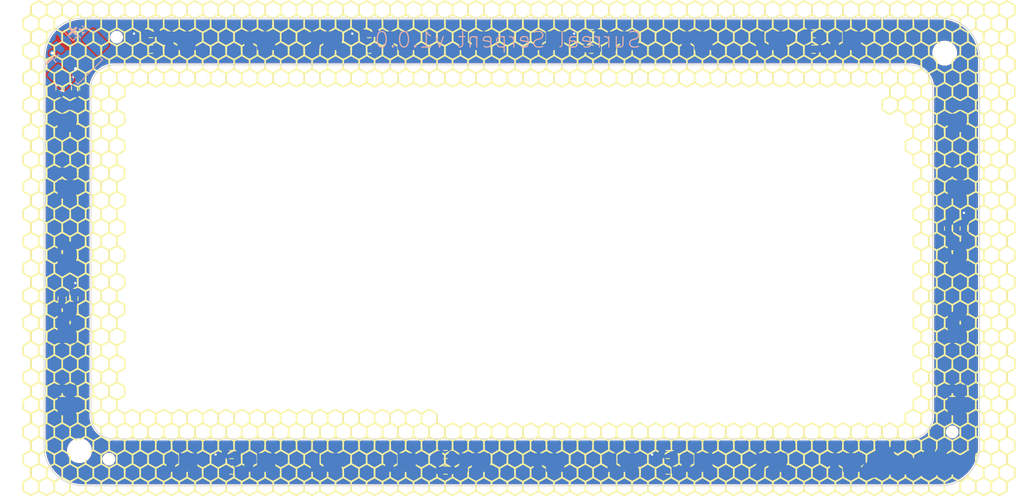
<source format=kicad_pcb>
(kicad_pcb (version 20210824) (generator pcbnew)
  (layers (0 "F.Cu" signal) (31 "B.Cu" signal) (34 "B.Paste" user) (35 "F.Paste" user) (36 "B.SilkS" user "B.Silkscreen") (37 "F.SilkS" user "F.Silkscreen") (38 "B.Mask" user) (39 "F.Mask" user) (44 "Edge.Cuts" user))
  (net 0 "")
  (net 1 "Net-(J1-Pad1)")
  (net 2 "GND")
  (net 3 "Net-(D4-Pad2)")
  (net 4 "Net-(D7-Pad2)")
  (net 5 "Net-(D10-Pad2)")
  (net 6 "Net-(D13-Pad2)")
  (net 7 "Net-(D16-Pad2)")
  (net 8 "Net-(D19-Pad2)")
  (net 9 "Net-(D22-Pad2)")
  (net 10 "Net-(D25-Pad2)")
  (net 11 "Net-(D28-Pad2)")
  (net 12 "Net-(D1-Pad1)")
  (net 13 "Net-(D1-Pad2)")
  (net 14 "Net-(D2-Pad1)")
  (net 15 "Net-(D4-Pad1)")
  (net 16 "Net-(D5-Pad1)")
  (net 17 "Net-(D7-Pad1)")
  (net 18 "Net-(D8-Pad1)")
  (net 19 "Net-(D10-Pad1)")
  (net 20 "Net-(D11-Pad1)")
  (net 21 "Net-(D13-Pad1)")
  (net 22 "Net-(D14-Pad1)")
  (net 23 "Net-(D16-Pad1)")
  (net 24 "Net-(D17-Pad1)")
  (net 25 "Net-(D19-Pad1)")
  (net 26 "Net-(D20-Pad1)")
  (net 27 "Net-(D22-Pad1)")
  (net 28 "Net-(D23-Pad1)")
  (net 29 "Net-(D25-Pad1)")
  (net 30 "Net-(D26-Pad1)")
  (net 31 "Net-(D28-Pad1)")
  (net 32 "Net-(D29-Pad1)")
  (footprint "surreal-serpent:C210316" (layer "F.Cu") (at 155.235355 98 180)
    (fp_text reference "D5" hide)
    (fp_text value "HL-AM-2835H421W-S1-08-HR3")
  )
  (footprint "surreal-serpent:C210316" (layer "F.Cu") (at 193.235355 152 180)
    (fp_text reference "D17" hide)
    (fp_text value "HL-AM-2835H421W-S1-08-HR3")
  )
  (footprint "Resistor_SMD:R_0603_1608Metric" (layer "F.Cu") (at 180 153)
    (fp_text reference "R11" hide)
    (fp_text value "130")
  )
  (footprint "Resistor_SMD:R_0603_1608Metric" (layer "F.Cu") (at 216.035355 122 -90)
    (fp_text reference "R9" hide)
    (fp_text value "130")
  )
  (footprint "surreal-serpent:C210316" (layer "F.Cu") (at 136.235355 98 180)
    (fp_text reference "D3" hide)
    (fp_text value "HL-AM-2835H421W-S1-08-HR3")
  )
  (footprint "Resistor_SMD:R_0603_1608Metric" (layer "F.Cu") (at 103.812768 131 -90)
    (fp_text reference "R18" hide)
    (fp_text value "130")
  )
  (footprint "surreal-serpent:C210316" (layer "F.Cu") (at 155.235355 152 180)
    (fp_text reference "D19" hide)
    (fp_text value "HL-AM-2835H421W-S1-08-HR3")
  )
  (footprint "Resistor_SMD:R_0603_1608Metric" (layer "F.Cu") (at 141.710355 97)
    (fp_text reference "R4" hide)
    (fp_text value "130")
  )
  (footprint "surreal-serpent:JLCSMT_tooling_hole" (layer "F.Cu") (at 108.31 151.59)
    (fp_text reference "REF**" hide)
    (fp_text value "JLCSMT_tooling_hole")
  )
  (footprint "surreal-serpent:C210316" (layer "F.Cu") (at 193.235355 98 180)
    (fp_text reference "D9" hide)
    (fp_text value "HL-AM-2835H421W-S1-08-HR3")
  )
  (footprint "surreal-serpent:C210316" (layer "F.Cu") (at 127.735355 98 180)
    (fp_text reference "D2" hide)
    (fp_text value "HL-AM-2835H421W-S1-08-HR3")
  )
  (footprint "Resistor_SMD:R_0603_1608Metric" (layer "F.Cu") (at 102.035355 104 -90)
    (fp_text reference "R19" hide)
    (fp_text value "130")
  )
  (footprint "surreal-serpent:C210316" (layer "F.Cu") (at 217.035355 116.2 90)
    (fp_text reference "D12" hide)
    (fp_text value "HL-AM-2835H421W-S1-08-HR3")
  )
  (footprint "surreal-serpent:C210316" (layer "F.Cu") (at 127.735355 152 180)
    (fp_text reference "D22" hide)
    (fp_text value "HL-AM-2835H421W-S1-08-HR3")
  )
  (footprint "surreal-serpent:C210316" (layer "F.Cu") (at 164.735355 152 180)
    (fp_text reference "D20" hide)
    (fp_text value "HL-AM-2835H421W-S1-08-HR3")
  )
  (footprint "surreal-serpent:C210316" (layer "F.Cu") (at 117.735355 152 180)
    (fp_text reference "D27" hide)
    (fp_text value "HL-AM-2835H421W-S1-08-HR3")
  )
  (footprint "surreal-serpent:JLCSMT_tooling_hole" (layer "F.Cu") (at 109.3 97.45)
    (fp_text reference "REF**" hide)
    (fp_text value "JLCSMT_tooling_hole")
  )
  (footprint "Resistor_SMD:R_0603_1608Metric" (layer "F.Cu") (at 151.5 151)
    (fp_text reference "R13" hide)
    (fp_text value "130")
  )
  (footprint "surreal-serpent:C210316" (layer "F.Cu") (at 217.035355 144 90)
    (fp_text reference "D15" hide)
    (fp_text value "HL-AM-2835H421W-S1-08-HR3")
  )
  (footprint "surreal-serpent:C210316" (layer "F.Cu") (at 103.035355 144 90)
    (fp_text reference "D26" hide)
    (fp_text value "HL-AM-2835H421W-S1-08-HR3")
  )
  (footprint "Resistor_SMD:R_0603_1608Metric" (layer "F.Cu") (at 113.710355 99)
    (fp_text reference "R1" hide)
    (fp_text value "130")
  )
  (footprint "Resistor_SMD:R_0603_1608Metric" (layer "F.Cu") (at 151.5 153)
    (fp_text reference "R14" hide)
    (fp_text value "130")
  )
  (footprint "surreal-serpent:C210316" (layer "F.Cu") (at 117.535355 98 180)
    (fp_text reference "D1" hide)
    (fp_text value "HL-AM-2835H421W-S1-08-HR3")
  )
  (footprint "surreal-serpent:C210316" (layer "F.Cu") (at 145.735355 98 180)
    (fp_text reference "D4" hide)
    (fp_text value "HL-AM-2835H421W-S1-08-HR3")
  )
  (footprint "surreal-serpent:C210316" (layer "F.Cu") (at 103.035355 125.7 90)
    (fp_text reference "D30" hide)
    (fp_text value "HL-AM-2835H421W-S1-08-HR3")
  )
  (footprint "surreal-serpent:C210316" (layer "F.Cu") (at 174.235355 98 180)
    (fp_text reference "D7" hide)
    (fp_text value "HL-AM-2835H421W-S1-08-HR3")
  )
  (footprint "surreal-serpent:C210316" (layer "F.Cu") (at 103.035355 107.7 90)
    (fp_text reference "D28" hide)
    (fp_text value "HL-AM-2835H421W-S1-08-HR3")
  )
  (footprint "Resistor_SMD:R_0603_1608Metric" (layer "F.Cu") (at 102.312768 131 -90)
    (fp_text reference "R17" hide)
    (fp_text value "130")
  )
  (footprint "surreal-serpent:C210316" (layer "F.Cu") (at 183.735355 152 180)
    (fp_text reference "D16" hide)
    (fp_text value "HL-AM-2835H421W-S1-08-HR3")
  )
  (footprint "surreal-serpent:JLCSMT_tooling_hole" (layer "F.Cu") (at 216.5 148.1)
    (fp_text reference "REF**" hide)
    (fp_text value "JLCSMT_tooling_hole")
  )
  (footprint "surreal-serpent:C210316" (layer "F.Cu") (at 202.735355 98 180)
    (fp_text reference "D10" hide)
    (fp_text value "HL-AM-2835H421W-S1-08-HR3")
  )
  (footprint "surreal-serpent:C210316" (layer "F.Cu") (at 217.035355 125.7 90)
    (fp_text reference "D13" hide)
    (fp_text value "HL-AM-2835H421W-S1-08-HR3")
  )
  (footprint "surreal-serpent:C210316" (layer "F.Cu") (at 174.235355 152 180)
    (fp_text reference "D21" hide)
    (fp_text value "HL-AM-2835H421W-S1-08-HR3")
  )
  (footprint "Resistor_SMD:R_0603_1608Metric" (layer "F.Cu") (at 180 151)
    (fp_text reference "R12" hide)
    (fp_text value "130")
  )
  (footprint "Resistor_SMD:R_0603_1608Metric" (layer "F.Cu") (at 198.710355 99)
    (fp_text reference "R7" hide)
    (fp_text value "130")
  )
  (footprint "Resistor_SMD:R_0603_1608Metric" (layer "F.Cu") (at 104.035355 104 -90)
    (fp_text reference "R20" hide)
    (fp_text value "130")
  )
  (footprint "surreal-serpent:C210316" (layer "F.Cu") (at 217.035355 107.7 90)
    (fp_text reference "D11" hide)
    (fp_text value "HL-AM-2835H421W-S1-08-HR3")
  )
  (footprint "surreal-serpent:my name 3mm height" (layer "F.Cu") (at 211.9 152.1)
    (fp_text reference "G***" hide)
    (fp_text value "LOGO" hide)
  )
  (footprint "Resistor_SMD:R_0603_1608Metric" (layer "F.Cu") (at 141.710355 99)
    (fp_text reference "R3" hide)
    (fp_text value "130")
  )
  (footprint "MountingHole:MountingHole_2.7mm_M2.5" (layer "F.Cu") (at 215.535355 99.5)
    (fp_text reference "REF**" hide)
    (fp_text value "MountingHole_2.7mm_M2.5")
  )
  (footprint "surreal-serpent:C210316" (layer "F.Cu") (at 217.035355 134.7 90)
    (fp_text reference "D14" hide)
    (fp_text value "HL-AM-2835H421W-S1-08-HR3")
  )
  (footprint "Resistor_SMD:R_0603_1608Metric" (layer "F.Cu") (at 124.035355 153)
    (fp_text reference "R16" hide)
    (fp_text value "130")
  )
  (footprint "surreal-serpent:C210316" (layer "F.Cu") (at 183.735355 98 180)
    (fp_text reference "D8" hide)
    (fp_text value "HL-AM-2835H421W-S1-08-HR3")
  )
  (footprint "surreal-serpent:C210316" (layer "F.Cu") (at 103.035355 134.7 90)
    (fp_text reference "D25" hide)
    (fp_text value "HL-AM-2835H421W-S1-08-HR3")
  )
  (footprint "surreal-serpent:C210316" (layer "F.Cu") (at 136.235355 152 180)
    (fp_text reference "D23" hide)
    (fp_text value "HL-AM-2835H421W-S1-08-HR3")
  )
  (footprint "surreal-serpent:C210316" (layer "F.Cu") (at 145.735355 152 180)
    (fp_text reference "D24" hide)
    (fp_text value "HL-AM-2835H421W-S1-08-HR3")
  )
  (footprint "MountingHole:MountingHole_2.7mm_M2.5" (layer "F.Cu") (at 104.535355 150.5)
    (fp_text reference "REF**" hide)
    (fp_text value "MountingHole_2.7mm_M2.5")
  )
  (footprint "surreal-serpent:C210316" (layer "F.Cu") (at 202.735355 152 180)
    (fp_text reference "D18" hide)
    (fp_text value "HL-AM-2835H421W-S1-08-HR3")
  )
  (footprint "Resistor_SMD:R_0603_1608Metric" (layer "F.Cu") (at 218.035355 122 -90)
    (fp_text reference "R10" hide)
    (fp_text value "130")
  )
  (footprint "Resistor_SMD:R_0603_1608Metric" (layer "F.Cu") (at 124.035355 151)
    (fp_text reference "R15" hide)
    (fp_text value "130")
  )
  (footprint "surreal-serpent:hex soldermask name cutout" (layer "F.Cu") (at 160.9 124.5)
    (fp_text reference "G***" hide)
    (fp_text value "LOGO" hide)
  )
  (footprint "Resistor_SMD:R_0603_1608Metric" (layer "F.Cu") (at 113.710355 97)
    (fp_text reference "R2" hide)
    (fp_text value "130")
  )
  (footprint "Resistor_SMD:R_0603_1608Metric" (layer "F.Cu") (at 170.210355 99)
    (fp_text reference "R5" hide)
    (fp_text value "130")
  )
  (footprint "Resistor_SMD:R_0603_1608Metric" (layer "F.Cu") (at 198.710355 97)
    (fp_text reference "R8" hide)
    (fp_text value "130")
  )
  (footprint "surreal-serpent:C210316" (layer "F.Cu") (at 103.035355 116.2 90)
    (fp_text reference "D29" hide)
    (fp_text value "HL-AM-2835H421W-S1-08-HR3")
  )
  (footprint "Resistor_SMD:R_0603_1608Metric" (layer "F.Cu") (at 170.210355 97)
    (fp_text reference "R6" hide)
    (fp_text value "130")
  )
  (footprint "surreal-serpent:C210316" (layer "F.Cu") (at 164.735355 98 180)
    (fp_text reference "D6" hide)
    (fp_text value "HL-AM-2835H421W-S1-08-HR3")
  )
  (footprint "Connector_Molex:Molex_PicoBlade_53261-0271_1x02-1MP_P1.25mm_Horizontal" (layer "B.Cu") (at 104 100 -135)
    (fp_text reference "J1")
    (fp_text value "Conn_01x02_Male")
  )
  (gr_line (start 211 149) (end 109 149) (layer "Edge.Cuts") (width 0.1))
  (gr_arc (start 109 104) (end 106 104) (angle 90) (layer "Edge.Cuts") (width 0.1))
  (gr_line (start 109 101) (end 211 101) (layer "Edge.Cuts") (width 0.1))
  (gr_arc (start 211 146) (end 214 146) (angle 90) (layer "Edge.Cuts") (width 0.1))
  (gr_line (start 100 100) (end 100 150) (layer "Edge.Cuts") (width 0.1))
  (gr_arc (start 109 146) (end 109 149) (angle 90) (layer "Edge.Cuts") (width 0.1))
  (gr_line (start 106 104) (end 106 146) (layer "Edge.Cuts") (width 0.1))
  (gr_line (start 105 95) (end 215 95) (layer "Edge.Cuts") (width 0.1))
  (gr_arc (start 215 100) (end 220 100) (angle -90) (layer "Edge.Cuts") (width 0.1))
  (gr_line (start 105 155) (end 215 155) (layer "Edge.Cuts") (width 0.1))
  (gr_line (start 220 100) (end 220 150) (layer "Edge.Cuts") (width 0.1))
  (gr_line (start 214 146) (end 214 104) (layer "Edge.Cuts") (width 0.1))
  (gr_arc (start 105 100) (end 100 100) (angle 90) (layer "Edge.Cuts") (width 0.1))
  (gr_arc (start 211 104) (end 211 101) (angle 90) (layer "Edge.Cuts") (width 0.1))
  (gr_arc (start 215 150) (end 215 155) (angle -90) (layer "Edge.Cuts") (width 0.1))
  (gr_arc (start 105 150.000003) (end 105 155) (angle 90) (layer "Edge.Cuts") (width 0.1))
  (gr_text "-" (at 100.6 100.4 45) (layer "B.SilkS") (effects (font (size 1.5 1.5) (thickness 0.3))))
  (gr_text "Surreal Serpent v1.0.0" (at 159.5 97.8) (layer "B.SilkS") (effects (font (size 2 2)) (justify mirror)))
  (gr_text "+" (at 103.6 96.6 45) (layer "B.SilkS") (effects (font (size 1.5 1.5) (thickness 0.3))))
  (segment (start 196.5 97) (end 197.885355 97) (width 0.4) (layer "F.Cu") (net 1))
  (segment (start 123.210355 151) (end 123.210355 153) (width 0.4) (layer "F.Cu") (net 1))
  (segment (start 179.175 151) (end 179.175 153) (width 0.4) (layer "F.Cu") (net 1))
  (segment (start 104 129) (end 104 130.139645) (width 0.4) (layer "F.Cu") (net 1))
  (segment (start 122 151) (end 123.210355 151) (width 0.4) (layer "F.Cu") (net 1))
  (segment (start 197.885355 97) (end 197.885355 99) (width 0.4) (layer "F.Cu") (net 1))
  (segment (start 112.885355 97) (end 112.885355 99) (width 0.4) (layer "F.Cu") (net 1))
  (segment (start 216.035355 121.175) (end 218.035355 121.175) (width 0.4) (layer "F.Cu") (net 1))
  (segment (start 139.535355 97) (end 139.5 97) (width 0.4) (layer "F.Cu") (net 1))
  (segment (start 140.885355 97) (end 140.885355 99) (width 0.4) (layer "F.Cu") (net 1))
  (segment (start 104.035355 103.175) (end 104.035355 101.5) (width 0.4) (layer "F.Cu") (net 1))
  (segment (start 102.035355 103.175) (end 104.035355 103.175) (width 0.4) (layer "F.Cu") (net 1))
  (segment (start 178 151) (end 179.385355 151) (width 0.4) (layer "F.Cu") (net 1))
  (segment (start 111.535355 97) (end 112.885355 97) (width 0.4) (layer "F.Cu") (net 1))
  (segment (start 218 121.139645) (end 218.035355 121.175) (width 0.4) (layer "F.Cu") (net 1))
  (segment (start 140.885355 97) (end 139.535355 97) (width 0.4) (layer "F.Cu") (net 1))
  (segment (start 150.675 151) (end 150.675 153) (width 0.4) (layer "F.Cu") (net 1))
  (segment (start 104.035355 130.175) (end 102.535355 130.175) (width 0.4) (layer "F.Cu") (net 1))
  (segment (start 168 97) (end 169.385355 97) (width 0.4) (layer "F.Cu") (net 1))
  (segment (start 218 120) (end 218 121.139645) (width 0.4) (layer "F.Cu") (net 1))
  (segment (start 169.385355 97) (end 169.385355 99) (width 0.4) (layer "F.Cu") (net 1))
  (segment (start 104 130.139645) (end 104.035355 130.175) (width 0.4) (layer "F.Cu") (net 1))
  (segment (start 149.5 151) (end 150.885355 151) (width 0.4) (layer "F.Cu") (net 1))
  (via (at 178 151) (size 0.6) (drill 0.3) (layers "F.Cu" "B.Cu") (net 1))
  (via (at 104 129) (size 0.6) (drill 0.3) (layers "F.Cu" "B.Cu") (net 1))
  (via (at 122 151) (size 0.6) (drill 0.3) (layers "F.Cu" "B.Cu") (net 1))
  (via (at 111.535355 97) (size 0.6) (drill 0.3) (layers "F.Cu" "B.Cu") (net 1))
  (via (at 139.535355 97) (size 0.6) (drill 0.3) (layers "F.Cu" "B.Cu") (net 1))
  (via (at 104.035355 101.5) (size 0.8) (drill 0.4) (layers "F.Cu" "B.Cu") (net 1))
  (via (at 218 120) (size 0.6) (drill 0.3) (layers "F.Cu" "B.Cu") (net 1))
  (via (at 168 97) (size 0.6) (drill 0.3) (layers "F.Cu" "B.Cu") (net 1))
  (via (at 149.5 151) (size 0.6) (drill 0.3) (layers "F.Cu" "B.Cu") (net 1))
  (via (at 196.5 97) (size 0.6) (drill 0.3) (layers "F.Cu" "B.Cu") (net 1))
  (via (at 101.035355 99.5) (size 0.8) (drill 0.4) (layers "F.Cu" "B.Cu") (net 2))
  (segment (start 101.861002 98.744885) (end 101.79047 98.744885) (width 0.4) (layer "B.Cu") (net 2))
  (segment (start 101.79047 98.744885) (end 101.035355 99.5) (width 0.4) (layer "B.Cu") (net 2))
  (segment (start 142.535355 97.964645) (end 142.535355 99) (width 0.4) (layer "F.Cu") (net 3))
  (segment (start 144.320355 98) (end 142.57071 98) (width 0.4) (layer "F.Cu") (net 3))
  (segment (start 142.57071 98) (end 142.535355 97.964645) (width 0.4) (layer "F.Cu") (net 3))
  (segment (start 142.535355 97) (end 142.535355 97.964645) (width 0.4) (layer "F.Cu") (net 3))
  (segment (start 171.07071 98) (end 171.035355 97.964645) (width 0.4) (layer "F.Cu") (net 4))
  (segment (start 171.035355 97.964645) (end 171.035355 99) (width 0.4) (layer "F.Cu") (net 4))
  (segment (start 172.820355 98) (end 171.07071 98) (width 0.4) (layer "F.Cu") (net 4))
  (segment (start 171.035355 97) (end 171.035355 97.964645) (width 0.4) (layer "F.Cu") (net 4))
  (segment (start 199.535355 97) (end 199.535355 97.964645) (width 0.4) (layer "F.Cu") (net 5))
  (segment (start 201.320355 98) (end 199.57071 98) (width 0.4) (layer "F.Cu") (net 5))
  (segment (start 199.535355 97.964645) (end 199.535355 99) (width 0.4) (layer "F.Cu") (net 5))
  (segment (start 199.57071 98) (end 199.535355 97.964645) (width 0.4) (layer "F.Cu") (net 5))
  (segment (start 217.035355 124.285) (end 217.035355 123.035355) (width 0.4) (layer "F.Cu") (net 6))
  (segment (start 217.035355 123.035355) (end 216.825 122.825) (width 0.4) (layer "F.Cu") (net 6))
  (segment (start 216.825 122.825) (end 218.035355 122.825) (width 0.4) (layer "F.Cu") (net 6))
  (segment (start 216.035355 122.825) (end 216.825 122.825) (width 0.4) (layer "F.Cu") (net 6))
  (segment (start 181 152) (end 180.825 151.825) (width 0.4) (layer "F.Cu") (net 7))
  (segment (start 180.825 151.825) (end 180.825 153) (width 0.4) (layer "F.Cu") (net 7))
  (segment (start 182.320355 152) (end 181 152) (width 0.4) (layer "F.Cu") (net 7))
  (segment (start 180.825 151) (end 180.825 151.825) (width 0.4) (layer "F.Cu") (net 7))
  (segment (start 152.325 151.988174) (end 152.325 153) (width 0.4) (layer "F.Cu") (net 8))
  (segment (start 153.820355 152) (end 152.336826 152) (width 0.4) (layer "F.Cu") (net 8))
  (segment (start 152.336826 152) (end 152.325 151.988174) (width 0.4) (layer "F.Cu") (net 8))
  (segment (start 152.325 151) (end 152.325 151.988174) (width 0.4) (layer "F.Cu") (net 8))
  (segment (start 124.860355 151.977674) (end 124.860355 153) (width 0.4) (layer "F.Cu") (net 9))
  (segment (start 124.860355 151) (end 124.860355 151.977674) (width 0.4) (layer "F.Cu") (net 9))
  (segment (start 124.882681 152) (end 124.860355 151.977674) (width 0.4) (layer "F.Cu") (net 9))
  (segment (start 126.320355 152) (end 124.882681 152) (width 0.4) (layer "F.Cu") (net 9))
  (segment (start 102.535355 131.825) (end 102.989106 131.825) (width 0.4) (layer "F.Cu") (net 10))
  (segment (start 103.035355 131.871249) (end 102.989106 131.825) (width 0.4) (layer "F.Cu") (net 10))
  (segment (start 102.989106 131.825) (end 104.035355 131.825) (width 0.4) (layer "F.Cu") (net 10))
  (segment (start 103.035355 133.285) (end 103.035355 131.871249) (width 0.4) (layer "F.Cu") (net 10))
  (segment (start 103.035355 106.285) (end 103.035355 104.834794) (width 0.4) (layer "F.Cu") (net 11))
  (segment (start 102.035355 104.825) (end 103.025561 104.825) (width 0.4) (layer "F.Cu") (net 11))
  (segment (start 103.025561 104.825) (end 104.035355 104.825) (width 0.4) (layer "F.Cu") (net 11))
  (segment (start 103.035355 104.834794) (end 103.025561 104.825) (width 0.4) (layer "F.Cu") (net 11))
  (segment (start 118.335355 98) (end 126.320355 98) (width 1) (layer "F.Cu") (net 12))
  (segment (start 114.535355 97.964645) (end 114.535355 99) (width 0.4) (layer "F.Cu") (net 13))
  (segment (start 114.535355 97) (end 114.535355 97.964645) (width 0.4) (layer "F.Cu") (net 13))
  (segment (start 116.120355 98) (end 114.57071 98) (width 0.4) (layer "F.Cu") (net 13))
  (segment (start 114.57071 98) (end 114.535355 97.964645) (width 0.4) (layer "F.Cu") (net 13))
  (segment (start 128.535355 98) (end 134.820355 98) (width 1) (layer "F.Cu") (net 14))
  (segment (start 146.535355 98) (end 153.820355 98) (width 1) (layer "F.Cu") (net 15))
  (segment (start 156.035355 98) (end 163.320355 98) (width 1) (layer "F.Cu") (net 16))
  (segment (start 175.035355 98) (end 182.320355 98) (width 1) (layer "F.Cu") (net 17))
  (segment (start 184.535355 98) (end 191.820355 98) (width 1) (layer "F.Cu") (net 18))
  (segment (start 211 96.5) (end 215.257359 96.5) (width 1) (layer "F.Cu") (net 19))
  (segment (start 218.5 99.742641) (end 218.5 103) (width 1) (layer "F.Cu") (net 19))
  (segment (start 209.5 98) (end 211 96.5) (width 1) (layer "F.Cu") (net 19))
  (segment (start 217.035355 104.535355) (end 217.035355 106.285) (width 1) (layer "F.Cu") (net 19))
  (segment (start 218.5 103) (end 217 104.5) (width 1) (layer "F.Cu") (net 19))
  (segment (start 217 104.5) (end 217.035355 104.535355) (width 1) (layer "F.Cu") (net 19))
  (segment (start 217.37868 97.37868) (end 217.621321 97.621321) (width 1) (layer "F.Cu") (net 19))
  (segment (start 203.535355 98) (end 209.5 98) (width 1) (layer "F.Cu") (net 19))
  (arc (start 218.5 99.742641) (mid 218.271639 98.594591) (end 217.621321 97.621321) (width 1) (layer "F.Cu") (net 19))
  (arc (start 217.37868 97.37868) (mid 216.40541 96.728361) (end 215.257359 96.5) (width 1) (layer "F.Cu") (net 19))
  (segment (start 217.035355 108.5) (end 217.035355 114.785) (width 1) (layer "F.Cu") (net 20))
  (segment (start 217.035355 126.5) (end 217.035355 133.285) (width 1) (layer "F.Cu") (net 21))
  (segment (start 217.035355 135.5) (end 217.035355 142.585) (width 1) (layer "F.Cu") (net 22))
  (segment (start 184.535355 152) (end 191.820355 152) (width 1) (layer "F.Cu") (net 23))
  (segment (start 194.035355 152) (end 201.320355 152) (width 1) (layer "F.Cu") (net 24))
  (segment (start 156.035355 152) (end 163.320355 152) (width 1) (layer "F.Cu") (net 25))
  (segment (start 172.820355 152) (end 165.535355 152) (width 1) (layer "F.Cu") (net 26))
  (segment (start 134.820355 152) (end 128.535355 152) (width 1) (layer "F.Cu") (net 27))
  (segment (start 137.035355 152) (end 144.320355 152) (width 1) (layer "F.Cu") (net 28))
  (segment (start 103.035355 135.5) (end 103.035355 142.585) (width 1) (layer "F.Cu") (net 29))
  (segment (start 104.742641 153.5) (end 113 153.5) (width 1) (layer "F.Cu") (net 30))
  (segment (start 113 153.5) (end 114.5 152) (width 1) (layer "F.Cu") (net 30))
  (segment (start 114.5 152) (end 116.320355 152) (width 1) (layer "F.Cu") (net 30))
  (segment (start 103.035355 146.464645) (end 101.5 148) (width 1) (layer "F.Cu") (net 30))
  (segment (start 103.035355 144.8) (end 103.035355 146.464645) (width 1) (layer "F.Cu") (net 30))
  (segment (start 102.37868 152.37868) (end 102.621321 152.621321) (width 1) (layer "F.Cu") (net 30))
  (segment (start 101.5 148) (end 101.5 150.257359) (width 1) (layer "F.Cu") (net 30))
  (arc (start 101.5 150.257359) (mid 101.728362 151.40541) (end 102.37868 152.37868) (width 1) (layer "F.Cu") (net 30))
  (arc (start 102.621321 152.621321) (mid 103.594591 153.271639) (end 104.742641 153.5) (width 1) (layer "F.Cu") (net 30))
  (segment (start 103.035355 108.5) (end 103.035355 114.785) (width 1) (layer "F.Cu") (net 31))
  (segment (start 103.035355 124.285) (end 103.035355 117) (width 1) (layer "F.Cu") (net 32))
  (zone (net 2) (net_name "GND") (layer "F.Cu") (connect_pads yes (clearance 0.127)) (min_thickness 0.127) (fill yes (thermal_gap 0.508) (thermal_bridge_width 0.508))
    (polygon (pts (xy 221.035355 156) (xy 99.035355 156) (xy 99.035355 94) (xy 221.035355 94)))
  )
  (zone (net 1) (net_name "Net-(J1-Pad1)") (layer "B.Cu") (connect_pads (clearance 0.127)) (min_thickness 0.127) (fill yes (thermal_gap 0.508) (thermal_bridge_width 0.508))
    (polygon (pts (xy 221.035355 156) (xy 99.035355 156) (xy 99.035355 94) (xy 221.035355 94)))
  )
)
</source>
